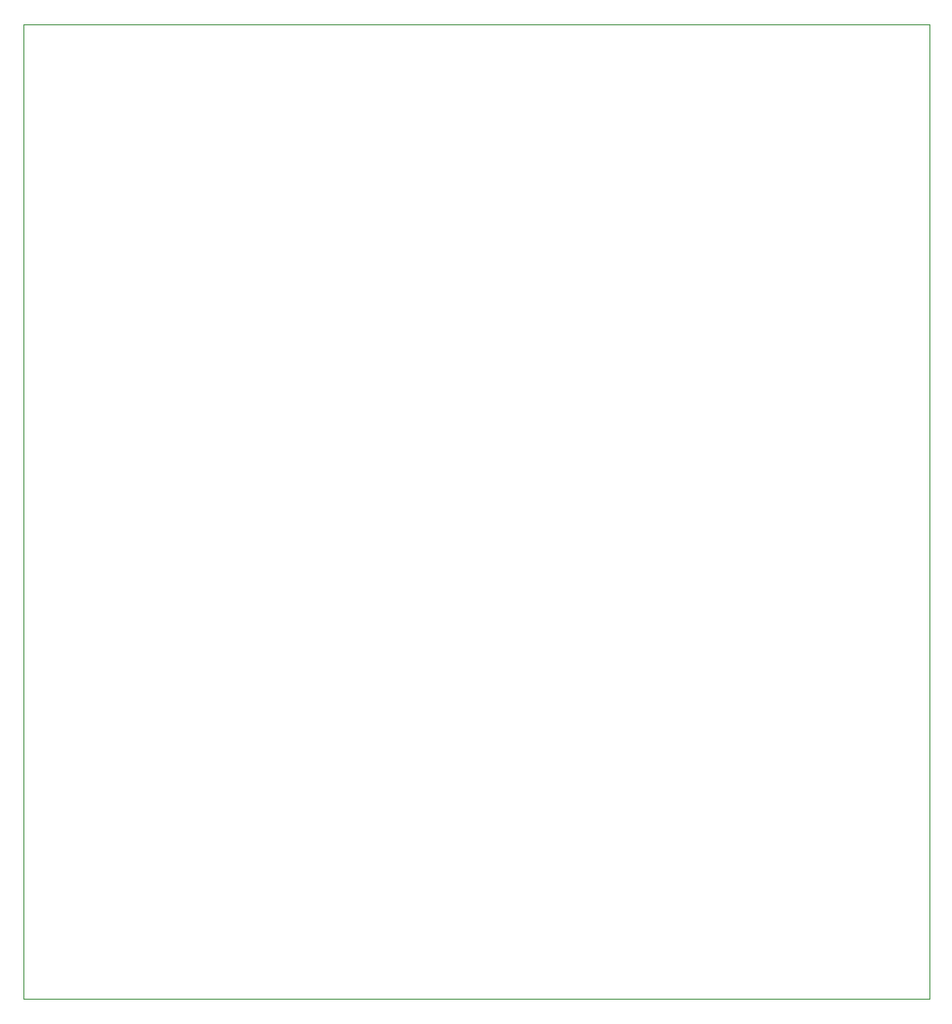
<source format=gm1>
G04 #@! TF.GenerationSoftware,KiCad,Pcbnew,5.1.5-5.1.5*
G04 #@! TF.CreationDate,2020-03-08T16:14:12+01:00*
G04 #@! TF.ProjectId,pcb,7063622e-6b69-4636-9164-5f7063625858,rev?*
G04 #@! TF.SameCoordinates,Original*
G04 #@! TF.FileFunction,Profile,NP*
%FSLAX46Y46*%
G04 Gerber Fmt 4.6, Leading zero omitted, Abs format (unit mm)*
G04 Created by KiCad (PCBNEW 5.1.5-5.1.5) date 2020-03-08 16:14:12*
%MOMM*%
%LPD*%
G04 APERTURE LIST*
%ADD10C,0.100000*%
G04 APERTURE END LIST*
D10*
X97790000Y-12700000D02*
X97790000Y-104140000D01*
X12700000Y-12700000D02*
X97790000Y-12700000D01*
X12700000Y-104140000D02*
X12700000Y-12700000D01*
X97790000Y-104140000D02*
X12700000Y-104140000D01*
M02*

</source>
